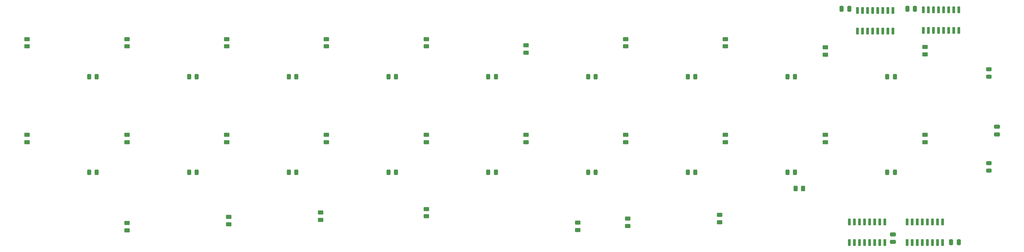
<source format=gbr>
%TF.GenerationSoftware,KiCad,Pcbnew,8.0.4*%
%TF.CreationDate,2024-09-17T23:37:22+02:00*%
%TF.ProjectId,Buttons_Flash,42757474-6f6e-4735-9f46-6c6173682e6b,rev?*%
%TF.SameCoordinates,Original*%
%TF.FileFunction,Paste,Top*%
%TF.FilePolarity,Positive*%
%FSLAX46Y46*%
G04 Gerber Fmt 4.6, Leading zero omitted, Abs format (unit mm)*
G04 Created by KiCad (PCBNEW 8.0.4) date 2024-09-17 23:37:22*
%MOMM*%
%LPD*%
G01*
G04 APERTURE LIST*
G04 Aperture macros list*
%AMRoundRect*
0 Rectangle with rounded corners*
0 $1 Rounding radius*
0 $2 $3 $4 $5 $6 $7 $8 $9 X,Y pos of 4 corners*
0 Add a 4 corners polygon primitive as box body*
4,1,4,$2,$3,$4,$5,$6,$7,$8,$9,$2,$3,0*
0 Add four circle primitives for the rounded corners*
1,1,$1+$1,$2,$3*
1,1,$1+$1,$4,$5*
1,1,$1+$1,$6,$7*
1,1,$1+$1,$8,$9*
0 Add four rect primitives between the rounded corners*
20,1,$1+$1,$2,$3,$4,$5,0*
20,1,$1+$1,$4,$5,$6,$7,0*
20,1,$1+$1,$6,$7,$8,$9,0*
20,1,$1+$1,$8,$9,$2,$3,0*%
G04 Aperture macros list end*
%ADD10RoundRect,0.243750X0.243750X0.456250X-0.243750X0.456250X-0.243750X-0.456250X0.243750X-0.456250X0*%
%ADD11RoundRect,0.250000X0.450000X-0.262500X0.450000X0.262500X-0.450000X0.262500X-0.450000X-0.262500X0*%
%ADD12RoundRect,0.250000X-0.450000X0.262500X-0.450000X-0.262500X0.450000X-0.262500X0.450000X0.262500X0*%
%ADD13RoundRect,0.250000X0.475000X-0.250000X0.475000X0.250000X-0.475000X0.250000X-0.475000X-0.250000X0*%
%ADD14RoundRect,0.150000X-0.150000X0.725000X-0.150000X-0.725000X0.150000X-0.725000X0.150000X0.725000X0*%
%ADD15RoundRect,0.250000X0.250000X0.475000X-0.250000X0.475000X-0.250000X-0.475000X0.250000X-0.475000X0*%
%ADD16RoundRect,0.250000X0.262500X0.450000X-0.262500X0.450000X-0.262500X-0.450000X0.262500X-0.450000X0*%
%ADD17RoundRect,0.243750X-0.456250X0.243750X-0.456250X-0.243750X0.456250X-0.243750X0.456250X0.243750X0*%
%ADD18RoundRect,0.150000X0.150000X-0.725000X0.150000X0.725000X-0.150000X0.725000X-0.150000X-0.725000X0*%
%ADD19RoundRect,0.250000X-0.250000X-0.475000X0.250000X-0.475000X0.250000X0.475000X-0.250000X0.475000X0*%
G04 APERTURE END LIST*
D10*
%TO.C,D12*%
X116437500Y-127000000D03*
X114562500Y-127000000D03*
%TD*%
D11*
%TO.C,R19*%
X224000000Y-119412500D03*
X224000000Y-117587500D03*
%TD*%
D10*
%TO.C,D13*%
X141437500Y-127000000D03*
X139562500Y-127000000D03*
%TD*%
D12*
%TO.C,R27*%
X97500000Y-137087500D03*
X97500000Y-138912500D03*
%TD*%
D11*
%TO.C,R7*%
X174000000Y-95412500D03*
X174000000Y-93587500D03*
%TD*%
D13*
%TO.C,C5*%
X267000000Y-117450000D03*
X267000000Y-115550000D03*
%TD*%
D11*
%TO.C,R1*%
X24000000Y-95412500D03*
X24000000Y-93587500D03*
%TD*%
D10*
%TO.C,D10*%
X66437500Y-127000000D03*
X64562500Y-127000000D03*
%TD*%
D11*
%TO.C,R8*%
X199000000Y-95412500D03*
X199000000Y-93587500D03*
%TD*%
%TO.C,R12*%
X99000000Y-119412500D03*
X99000000Y-117587500D03*
%TD*%
D14*
%TO.C,U4*%
X238945000Y-139425000D03*
X237675000Y-139425000D03*
X236405000Y-139425000D03*
X235135000Y-139425000D03*
X233865000Y-139425000D03*
X232595000Y-139425000D03*
X231325000Y-139425000D03*
X230055000Y-139425000D03*
X230055000Y-144575000D03*
X231325000Y-144575000D03*
X232595000Y-144575000D03*
X233865000Y-144575000D03*
X235135000Y-144575000D03*
X236405000Y-144575000D03*
X237675000Y-144575000D03*
X238945000Y-144575000D03*
%TD*%
D10*
%TO.C,D2*%
X66500000Y-103000000D03*
X64625000Y-103000000D03*
%TD*%
D12*
%TO.C,R25*%
X49000000Y-139675000D03*
X49000000Y-141500000D03*
%TD*%
D10*
%TO.C,D7*%
X191437500Y-103000000D03*
X189562500Y-103000000D03*
%TD*%
%TO.C,D16*%
X216437500Y-127000000D03*
X214562500Y-127000000D03*
%TD*%
D11*
%TO.C,R17*%
X224000000Y-97500000D03*
X224000000Y-95675000D03*
%TD*%
D15*
%TO.C,C2*%
X246500000Y-86000000D03*
X244600000Y-86000000D03*
%TD*%
D11*
%TO.C,R13*%
X124000000Y-119412500D03*
X124000000Y-117587500D03*
%TD*%
D16*
%TO.C,R32*%
X218412500Y-131000000D03*
X216587500Y-131000000D03*
%TD*%
D17*
%TO.C,D18*%
X265000000Y-101125000D03*
X265000000Y-103000000D03*
%TD*%
D18*
%TO.C,U2*%
X248609999Y-91425000D03*
X249879999Y-91425000D03*
X251149999Y-91425000D03*
X252419999Y-91425000D03*
X253689999Y-91425000D03*
X254959999Y-91425000D03*
X256229999Y-91425000D03*
X257499999Y-91425000D03*
X257499999Y-86275000D03*
X256229999Y-86275000D03*
X254959999Y-86275000D03*
X253689999Y-86275000D03*
X252419999Y-86275000D03*
X251149999Y-86275000D03*
X249879999Y-86275000D03*
X248609999Y-86275000D03*
%TD*%
D10*
%TO.C,D9*%
X41437500Y-127000000D03*
X39562500Y-127000000D03*
%TD*%
D11*
%TO.C,R5*%
X124000000Y-95412500D03*
X124000000Y-93587500D03*
%TD*%
D12*
%TO.C,R26*%
X74500000Y-138175000D03*
X74500000Y-140000000D03*
%TD*%
D11*
%TO.C,R15*%
X174000000Y-119412500D03*
X174000000Y-117587500D03*
%TD*%
%TO.C,R10*%
X49000000Y-119412500D03*
X49000000Y-117587500D03*
%TD*%
D10*
%TO.C,D17*%
X241437500Y-103000000D03*
X239562500Y-103000000D03*
%TD*%
%TO.C,D4*%
X116437500Y-103000000D03*
X114562500Y-103000000D03*
%TD*%
D14*
%TO.C,U3*%
X253445000Y-139425000D03*
X252175000Y-139425000D03*
X250905000Y-139425000D03*
X249635000Y-139425000D03*
X248365000Y-139425000D03*
X247095000Y-139425000D03*
X245825000Y-139425000D03*
X244555000Y-139425000D03*
X244555000Y-144575000D03*
X245825000Y-144575000D03*
X247095000Y-144575000D03*
X248365000Y-144575000D03*
X249635000Y-144575000D03*
X250905000Y-144575000D03*
X252175000Y-144575000D03*
X253445000Y-144575000D03*
%TD*%
D12*
%TO.C,R30*%
X174500000Y-138587500D03*
X174500000Y-140412500D03*
%TD*%
%TO.C,R28*%
X124000000Y-136175000D03*
X124000000Y-138000000D03*
%TD*%
%TO.C,R31*%
X197500000Y-137675000D03*
X197500000Y-139500000D03*
%TD*%
D10*
%TO.C,D11*%
X91437500Y-127000000D03*
X89562500Y-127000000D03*
%TD*%
D19*
%TO.C,C3*%
X255550000Y-144500000D03*
X257450000Y-144500000D03*
%TD*%
D11*
%TO.C,R11*%
X74000000Y-119412500D03*
X74000000Y-117587500D03*
%TD*%
D12*
%TO.C,R29*%
X162000000Y-139587500D03*
X162000000Y-141412500D03*
%TD*%
D18*
%TO.C,U1*%
X232055000Y-91575000D03*
X233325000Y-91575000D03*
X234595000Y-91575000D03*
X235865000Y-91575000D03*
X237135000Y-91575000D03*
X238405000Y-91575000D03*
X239675000Y-91575000D03*
X240945000Y-91575000D03*
X240945000Y-86425000D03*
X239675000Y-86425000D03*
X238405000Y-86425000D03*
X237135000Y-86425000D03*
X235865000Y-86425000D03*
X234595000Y-86425000D03*
X233325000Y-86425000D03*
X232055000Y-86425000D03*
%TD*%
D10*
%TO.C,D14*%
X166437500Y-127000000D03*
X164562500Y-127000000D03*
%TD*%
D11*
%TO.C,R14*%
X149000000Y-119412500D03*
X149000000Y-117587500D03*
%TD*%
%TO.C,R16*%
X199000000Y-119412500D03*
X199000000Y-117587500D03*
%TD*%
%TO.C,R6*%
X149000000Y-97000000D03*
X149000000Y-95175000D03*
%TD*%
D17*
%TO.C,D20*%
X265000000Y-124682500D03*
X265000000Y-126557500D03*
%TD*%
D11*
%TO.C,R3*%
X74000000Y-95412500D03*
X74000000Y-93587500D03*
%TD*%
D10*
%TO.C,D1*%
X41437500Y-103000000D03*
X39562500Y-103000000D03*
%TD*%
%TO.C,D6*%
X166437500Y-103000000D03*
X164562500Y-103000000D03*
%TD*%
D11*
%TO.C,R9*%
X24000000Y-119412500D03*
X24000000Y-117587500D03*
%TD*%
%TO.C,R4*%
X99000000Y-95412500D03*
X99000000Y-93587500D03*
%TD*%
%TO.C,R2*%
X49000000Y-95412500D03*
X49000000Y-93587500D03*
%TD*%
D15*
%TO.C,C1*%
X230000000Y-86000000D03*
X228100000Y-86000000D03*
%TD*%
D10*
%TO.C,D19*%
X241437500Y-127000000D03*
X239562500Y-127000000D03*
%TD*%
%TO.C,D3*%
X91437500Y-103000000D03*
X89562500Y-103000000D03*
%TD*%
%TO.C,D15*%
X191437500Y-127000000D03*
X189562500Y-127000000D03*
%TD*%
D11*
%TO.C,R20*%
X249000000Y-119412500D03*
X249000000Y-117587500D03*
%TD*%
D10*
%TO.C,D5*%
X141437500Y-103000000D03*
X139562500Y-103000000D03*
%TD*%
D13*
%TO.C,C4*%
X241000000Y-144450000D03*
X241000000Y-142550000D03*
%TD*%
D10*
%TO.C,D8*%
X216437500Y-103000000D03*
X214562500Y-103000000D03*
%TD*%
D11*
%TO.C,R18*%
X249000000Y-97412500D03*
X249000000Y-95587500D03*
%TD*%
M02*

</source>
